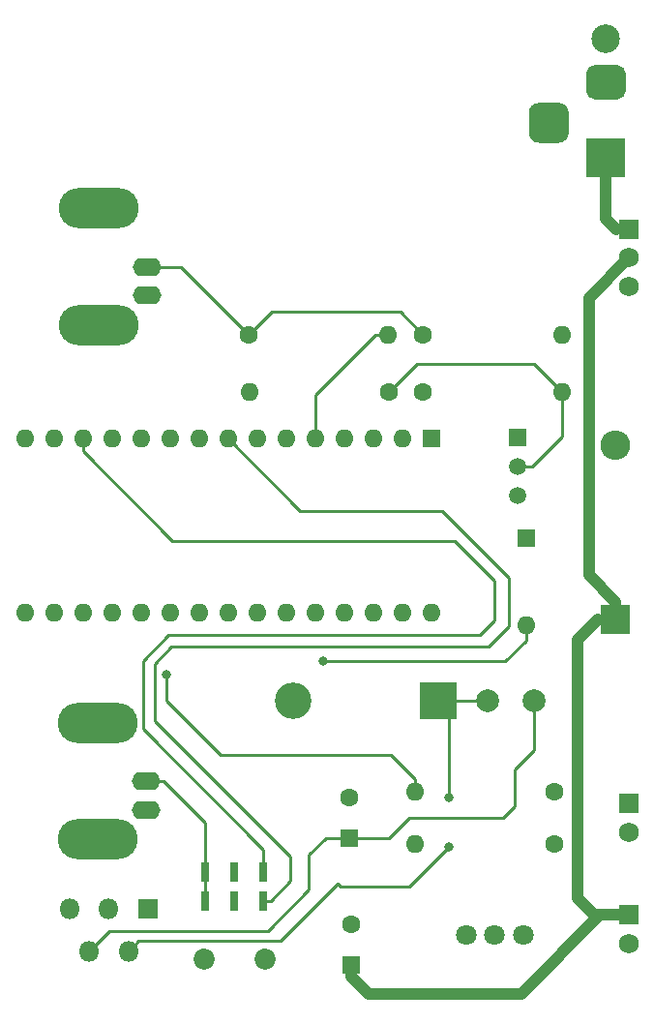
<source format=gbr>
G04 #@! TF.GenerationSoftware,KiCad,Pcbnew,5.1.6-c6e7f7d~87~ubuntu20.04.1*
G04 #@! TF.CreationDate,2020-07-24T19:13:23+01:00*
G04 #@! TF.ProjectId,OpenSpritzer_1.3,4f70656e-5370-4726-9974-7a65725f312e,rev?*
G04 #@! TF.SameCoordinates,Original*
G04 #@! TF.FileFunction,Copper,L1,Top*
G04 #@! TF.FilePolarity,Positive*
%FSLAX46Y46*%
G04 Gerber Fmt 4.6, Leading zero omitted, Abs format (unit mm)*
G04 Created by KiCad (PCBNEW 5.1.6-c6e7f7d~87~ubuntu20.04.1) date 2020-07-24 19:13:23*
%MOMM*%
%LPD*%
G01*
G04 APERTURE LIST*
G04 #@! TA.AperFunction,ComponentPad*
%ADD10C,1.750000*%
G04 #@! TD*
G04 #@! TA.AperFunction,ComponentPad*
%ADD11R,1.750000X1.750000*%
G04 #@! TD*
G04 #@! TA.AperFunction,ComponentPad*
%ADD12C,1.800000*%
G04 #@! TD*
G04 #@! TA.AperFunction,ComponentPad*
%ADD13O,2.600000X2.600000*%
G04 #@! TD*
G04 #@! TA.AperFunction,ComponentPad*
%ADD14R,2.600000X2.600000*%
G04 #@! TD*
G04 #@! TA.AperFunction,ComponentPad*
%ADD15C,1.600000*%
G04 #@! TD*
G04 #@! TA.AperFunction,ComponentPad*
%ADD16O,1.600000X1.600000*%
G04 #@! TD*
G04 #@! TA.AperFunction,ComponentPad*
%ADD17C,2.000000*%
G04 #@! TD*
G04 #@! TA.AperFunction,ComponentPad*
%ADD18R,1.600000X1.600000*%
G04 #@! TD*
G04 #@! TA.AperFunction,ComponentPad*
%ADD19R,1.500000X1.500000*%
G04 #@! TD*
G04 #@! TA.AperFunction,ComponentPad*
%ADD20C,1.500000*%
G04 #@! TD*
G04 #@! TA.AperFunction,ComponentPad*
%ADD21R,3.500000X3.500000*%
G04 #@! TD*
G04 #@! TA.AperFunction,ComponentPad*
%ADD22C,2.500000*%
G04 #@! TD*
G04 #@! TA.AperFunction,ComponentPad*
%ADD23R,3.200000X3.200000*%
G04 #@! TD*
G04 #@! TA.AperFunction,ComponentPad*
%ADD24O,3.200000X3.200000*%
G04 #@! TD*
G04 #@! TA.AperFunction,ComponentPad*
%ADD25R,0.750000X1.750000*%
G04 #@! TD*
G04 #@! TA.AperFunction,ComponentPad*
%ADD26C,1.850000*%
G04 #@! TD*
G04 #@! TA.AperFunction,ComponentPad*
%ADD27O,7.000240X3.500120*%
G04 #@! TD*
G04 #@! TA.AperFunction,ComponentPad*
%ADD28O,2.499360X1.600200*%
G04 #@! TD*
G04 #@! TA.AperFunction,ComponentPad*
%ADD29R,1.800000X1.800000*%
G04 #@! TD*
G04 #@! TA.AperFunction,ComponentPad*
%ADD30O,1.800000X1.800000*%
G04 #@! TD*
G04 #@! TA.AperFunction,ViaPad*
%ADD31C,0.800000*%
G04 #@! TD*
G04 #@! TA.AperFunction,Conductor*
%ADD32C,0.250000*%
G04 #@! TD*
G04 #@! TA.AperFunction,Conductor*
%ADD33C,1.000000*%
G04 #@! TD*
G04 APERTURE END LIST*
D10*
X154500000Y-86700000D03*
X154500000Y-84200000D03*
D11*
X154500000Y-81700000D03*
X154500000Y-141700000D03*
D10*
X154500000Y-144200000D03*
D11*
X154500000Y-131950000D03*
D10*
X154500000Y-134450000D03*
D12*
X145260000Y-143480000D03*
X142760000Y-143480000D03*
X140260000Y-143480000D03*
D13*
X153340000Y-100630000D03*
D14*
X153340000Y-115870000D03*
D15*
X136500000Y-90950000D03*
D16*
X148680000Y-90950000D03*
D15*
X148000000Y-130950000D03*
D16*
X135820000Y-130950000D03*
D15*
X148000000Y-135450000D03*
D16*
X135820000Y-135450000D03*
D15*
X136500000Y-95950000D03*
D16*
X148680000Y-95950000D03*
D15*
X121250000Y-90950000D03*
D16*
X133430000Y-90950000D03*
D15*
X133500000Y-95950000D03*
D16*
X121320000Y-95950000D03*
D17*
X146175000Y-122950000D03*
X142175000Y-122950000D03*
D18*
X137200000Y-100000000D03*
D16*
X104180000Y-115240000D03*
X134660000Y-100000000D03*
X106720000Y-115240000D03*
X132120000Y-100000000D03*
X109260000Y-115240000D03*
X129580000Y-100000000D03*
X111800000Y-115240000D03*
X127040000Y-100000000D03*
X114340000Y-115240000D03*
X124500000Y-100000000D03*
X116880000Y-115240000D03*
X121960000Y-100000000D03*
X119420000Y-115240000D03*
X119420000Y-100000000D03*
X121960000Y-115240000D03*
X116880000Y-100000000D03*
X124500000Y-115240000D03*
X114340000Y-100000000D03*
X127040000Y-115240000D03*
X111800000Y-100000000D03*
X129580000Y-115240000D03*
X109260000Y-100000000D03*
X132120000Y-115240000D03*
X106720000Y-100000000D03*
X134660000Y-115240000D03*
X104180000Y-100000000D03*
X137200000Y-115240000D03*
X101640000Y-100000000D03*
X101640000Y-115240000D03*
D19*
X144750000Y-99950000D03*
D20*
X144750000Y-105030000D03*
X144750000Y-102490000D03*
G04 #@! TA.AperFunction,ComponentPad*
G36*
G01*
X146625000Y-70650000D02*
X148375000Y-70650000D01*
G75*
G02*
X149250000Y-71525000I0J-875000D01*
G01*
X149250000Y-73275000D01*
G75*
G02*
X148375000Y-74150000I-875000J0D01*
G01*
X146625000Y-74150000D01*
G75*
G02*
X145750000Y-73275000I0J875000D01*
G01*
X145750000Y-71525000D01*
G75*
G02*
X146625000Y-70650000I875000J0D01*
G01*
G37*
G04 #@! TD.AperFunction*
G04 #@! TA.AperFunction,ComponentPad*
G36*
G01*
X151500000Y-67350000D02*
X153500000Y-67350000D01*
G75*
G02*
X154250000Y-68100000I0J-750000D01*
G01*
X154250000Y-69600000D01*
G75*
G02*
X153500000Y-70350000I-750000J0D01*
G01*
X151500000Y-70350000D01*
G75*
G02*
X150750000Y-69600000I0J750000D01*
G01*
X150750000Y-68100000D01*
G75*
G02*
X151500000Y-67350000I750000J0D01*
G01*
G37*
G04 #@! TD.AperFunction*
D21*
X152500000Y-75450000D03*
D22*
X152500000Y-65050000D03*
D23*
X137800000Y-122950000D03*
D24*
X125100000Y-122950000D03*
D25*
X117460000Y-137930000D03*
X120000000Y-137930000D03*
X122540000Y-137930000D03*
X117460000Y-140470000D03*
X120000000Y-140470000D03*
X122540000Y-140470000D03*
D26*
X117300000Y-145550000D03*
X122700000Y-145550000D03*
D18*
X130200000Y-146050000D03*
D15*
X130200000Y-142550000D03*
X130000000Y-131450000D03*
D18*
X130000000Y-134950000D03*
D27*
X108111600Y-90097780D03*
X108111600Y-79899680D03*
D28*
X112376260Y-85000000D03*
X112376260Y-87499360D03*
D18*
X145500000Y-108700000D03*
D16*
X145500000Y-116320000D03*
D29*
X112400000Y-141150000D03*
D30*
X110700000Y-144850000D03*
X109000000Y-141150000D03*
X107300000Y-144850000D03*
X105600000Y-141150000D03*
D28*
X112301260Y-132499360D03*
X112301260Y-130000000D03*
D27*
X108036600Y-124899680D03*
X108036600Y-135097780D03*
D31*
X114000000Y-120700000D03*
X127750000Y-119490000D03*
X138750000Y-135700000D03*
X138750000Y-131450000D03*
D32*
X128000000Y-134950000D02*
X130000000Y-134950000D01*
X126500000Y-136450000D02*
X128000000Y-134950000D01*
X126500000Y-139500000D02*
X126500000Y-136450000D01*
X122900000Y-143100000D02*
X126500000Y-139500000D01*
X107300000Y-144850000D02*
X109050000Y-143100000D01*
X109050000Y-143100000D02*
X122900000Y-143100000D01*
X130000000Y-134950000D02*
X133500000Y-134950000D01*
X133500000Y-134950000D02*
X135250000Y-133200000D01*
X135250000Y-133200000D02*
X143500000Y-133200000D01*
X143500000Y-133200000D02*
X144500000Y-132200000D01*
X144500000Y-132200000D02*
X144500000Y-128950000D01*
X146175000Y-127275000D02*
X146175000Y-122950000D01*
X144500000Y-128950000D02*
X146175000Y-127275000D01*
X129580000Y-99630000D02*
X129580000Y-100000000D01*
X139250000Y-108950000D02*
X114538630Y-108950000D01*
X142750000Y-115950000D02*
X142750000Y-112450000D01*
X122540000Y-135990000D02*
X112000000Y-125450000D01*
X122540000Y-137930000D02*
X122540000Y-135990000D01*
X142750000Y-112450000D02*
X139250000Y-108950000D01*
X112000000Y-125450000D02*
X112000000Y-119450000D01*
X114538630Y-108950000D02*
X106720000Y-101131370D01*
X112000000Y-119450000D02*
X114250000Y-117200000D01*
X114250000Y-117200000D02*
X141500000Y-117200000D01*
X106720000Y-101131370D02*
X106720000Y-100000000D01*
X141500000Y-117200000D02*
X142750000Y-115950000D01*
X144000000Y-112200000D02*
X138130000Y-106330000D01*
X142250000Y-118200000D02*
X144000000Y-116450000D01*
X114500000Y-118200000D02*
X142250000Y-118200000D01*
X125750000Y-106330000D02*
X119420000Y-100000000D01*
X123165000Y-140470000D02*
X124900000Y-138735000D01*
X122540000Y-140470000D02*
X123165000Y-140470000D01*
X124900000Y-138735000D02*
X124900000Y-136600000D01*
X124900000Y-136600000D02*
X113000000Y-124700000D01*
X144000000Y-116450000D02*
X144000000Y-112200000D01*
X113000000Y-124700000D02*
X113000000Y-119700000D01*
X138130000Y-106330000D02*
X125750000Y-106330000D01*
X113000000Y-119700000D02*
X114500000Y-118200000D01*
X127040000Y-98868630D02*
X127040000Y-100000000D01*
X127040000Y-96208630D02*
X127040000Y-98868630D01*
X132298630Y-90950000D02*
X127040000Y-96208630D01*
X133430000Y-90950000D02*
X132298630Y-90950000D01*
X135820000Y-129818630D02*
X133701370Y-127700000D01*
X135820000Y-130950000D02*
X135820000Y-129818630D01*
X133701370Y-127700000D02*
X118750000Y-127700000D01*
X118750000Y-127700000D02*
X114000000Y-122950000D01*
X114000000Y-122950000D02*
X114000000Y-120700000D01*
X114000000Y-120700000D02*
X114000000Y-120700000D01*
X127750000Y-119490000D02*
X143710000Y-119490000D01*
X143710000Y-119490000D02*
X145500000Y-117700000D01*
X145500000Y-117700000D02*
X145500000Y-116320000D01*
X115300000Y-85000000D02*
X121250000Y-90950000D01*
X112376260Y-85000000D02*
X115300000Y-85000000D01*
X134500000Y-88950000D02*
X136500000Y-90950000D01*
X121250000Y-90950000D02*
X123250000Y-88950000D01*
X123250000Y-88950000D02*
X134500000Y-88950000D01*
X146070000Y-102490000D02*
X144750000Y-102490000D01*
X148680000Y-95950000D02*
X148680000Y-99880000D01*
X148680000Y-99880000D02*
X146070000Y-102490000D01*
X146180000Y-93450000D02*
X148680000Y-95950000D01*
X133500000Y-95950000D02*
X136000000Y-93450000D01*
X136000000Y-93450000D02*
X146180000Y-93450000D01*
D33*
X130200000Y-147100000D02*
X131700000Y-148600000D01*
X130200000Y-146050000D02*
X130200000Y-147100000D01*
X151000000Y-111980000D02*
X153340000Y-114320000D01*
X151000000Y-90450000D02*
X151000000Y-111980000D01*
X153340000Y-114320000D02*
X153340000Y-115870000D01*
X150000000Y-140205000D02*
X150000000Y-120760000D01*
X150000000Y-120760000D02*
X150000000Y-119450000D01*
X150000000Y-117660000D02*
X150000000Y-118700000D01*
X151790000Y-115870000D02*
X150000000Y-117660000D01*
D32*
X153340000Y-115870000D02*
X151790000Y-115870000D01*
D33*
X150000000Y-119450000D02*
X150000000Y-118700000D01*
D32*
X150000000Y-118700000D02*
X150000000Y-118200000D01*
D33*
X145100000Y-148600000D02*
X131700000Y-148600000D01*
X151495000Y-141700000D02*
X154500000Y-141700000D01*
X150000000Y-140205000D02*
X151495000Y-141700000D01*
D32*
X152000000Y-141700000D02*
X154500000Y-141700000D01*
D33*
X145100000Y-148600000D02*
X152000000Y-141700000D01*
D32*
X153375000Y-81700000D02*
X154500000Y-81700000D01*
D33*
X152500000Y-80825000D02*
X153375000Y-81700000D01*
X152500000Y-75450000D02*
X152500000Y-80825000D01*
X151000000Y-87700000D02*
X154500000Y-84200000D01*
X151000000Y-90450000D02*
X151000000Y-87700000D01*
D32*
X111599999Y-143950001D02*
X110700000Y-144850000D01*
X123999999Y-143950001D02*
X111599999Y-143950001D01*
X139650000Y-122950000D02*
X142175000Y-122950000D01*
X137800000Y-122950000D02*
X139650000Y-122950000D01*
X123999999Y-143950001D02*
X129000000Y-138950000D01*
X129000000Y-138950000D02*
X129250000Y-139200000D01*
X129250000Y-139200000D02*
X135250000Y-139200000D01*
X135250000Y-139200000D02*
X138750000Y-135700000D01*
X138750000Y-135700000D02*
X138750000Y-135700000D01*
X138750000Y-123900000D02*
X137800000Y-122950000D01*
X138750000Y-131450000D02*
X138750000Y-130450000D01*
X138750000Y-130450000D02*
X138750000Y-129950000D01*
X138750000Y-130200000D02*
X138750000Y-129950000D01*
X138750000Y-129950000D02*
X138750000Y-123900000D01*
X117460000Y-136805000D02*
X117460000Y-137930000D01*
X117460000Y-133659060D02*
X117460000Y-136805000D01*
X113800940Y-130000000D02*
X117460000Y-133659060D01*
X112301260Y-130000000D02*
X113800940Y-130000000D01*
X117460000Y-137930000D02*
X117460000Y-140470000D01*
M02*

</source>
